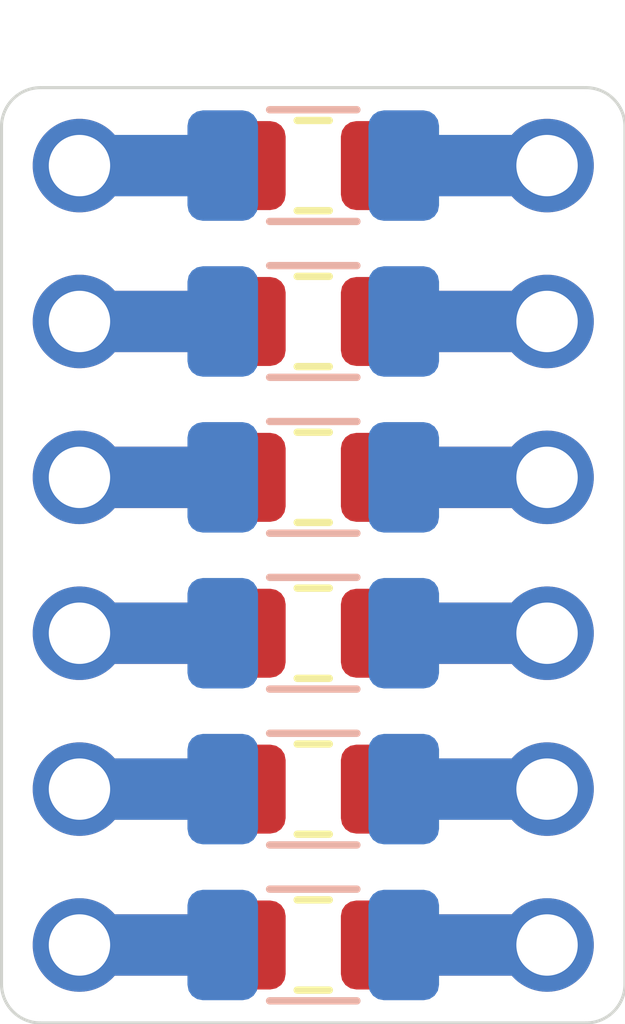
<source format=kicad_pcb>
(kicad_pcb (version 20240108) (generator "pcbnew") (generator_version "8.0")
  (layers (0 "F.Cu" signal) (31 "B.Cu" signal) (34 "B.Paste" user) (35 "F.Paste" user) (36 "B.SilkS" user "B.Silkscreen") (37 "F.SilkS" user "F.Silkscreen") (38 "B.Mask" user) (39 "F.Mask" user) (44 "Edge.Cuts" user))
  (net 0 "")
  (net 1 "Net-(CH1-Pad4)")
  (net 2 "Net-(CH1-Pad5)")
  (net 3 "Net-(CH1-Pad3)")
  (net 4 "Net-(CH1-Pad2)")
  (net 5 "Net-(CH1-Pad1)")
  (net 6 "Net-(CH1-Pad6)")
  (net 7 "Net-(CH2-Pad5)")
  (net 8 "Net-(CH2-Pad3)")
  (net 9 "Net-(CH2-Pad2)")
  (net 10 "Net-(CH2-Pad6)")
  (net 11 "Net-(CH2-Pad4)")
  (net 12 "Net-(CH2-Pad1)")
  (footprint "74th:Capacitor_0805_2012" (layer "F.Cu") (at 85.09 49.53)
    (property "Reference" "R4" (hide yes))
    (property "Value" "R" (hide yes))
    (fp_line (start -0.261252 -0.735) (end 0.261252 -0.735) (stroke (width 0.12)) (layer "F.SilkS"))
    (fp_line (start -0.261252 0.735) (end 0.261252 0.735) (stroke (width 0.12)) (layer "F.SilkS"))
    (pad "1" smd roundrect (at -1.0375 0) (size 1.175 1.45) (layers "F.Cu" "F.Paste" "F.Mask") (roundrect_rratio 0.212766) (net 1 "Net-(CH1-Pad4)"))
    (pad "2" smd roundrect (at 1.0375 0) (size 1.175 1.45) (layers "F.Cu" "F.Paste" "F.Mask") (roundrect_rratio 0.212766) (net 11 "Net-(CH2-Pad4)"))
  )
  (footprint "74th:PinOut_Pin_6" (layer "F.Cu") (at 88.9 41.91 -90)
    (property "Reference" "CH2" (hide yes))
    (property "Value" "Pin_6" (hide yes))
    (pad "1" thru_hole circle (at 0 0 270) (size 1.524 1.524) (drill 1) (layers "*.Cu" "*.Mask") (net 12 "Net-(CH2-Pad1)"))
    (pad "2" thru_hole circle (at 2.54 0 270) (size 1.524 1.524) (drill 1) (layers "*.Cu" "*.Mask") (net 9 "Net-(CH2-Pad2)"))
    (pad "3" thru_hole circle (at 5.08 0 270) (size 1.524 1.524) (drill 1) (layers "*.Cu" "*.Mask") (net 8 "Net-(CH2-Pad3)"))
    (pad "4" thru_hole circle (at 7.62 0 270) (size 1.524 1.524) (drill 1) (layers "*.Cu" "*.Mask") (net 11 "Net-(CH2-Pad4)"))
    (pad "5" thru_hole circle (at 10.16 0 270) (size 1.524 1.524) (drill 1) (layers "*.Cu" "*.Mask") (net 7 "Net-(CH2-Pad5)"))
    (pad "6" thru_hole circle (at 12.7 0 270) (size 1.524 1.524) (drill 1) (layers "*.Cu" "*.Mask") (net 10 "Net-(CH2-Pad6)"))
  )
  (footprint "74th:Capacitor_0805_2012" (layer "F.Cu") (at 85.09 41.91)
    (property "Reference" "R1" (hide yes))
    (property "Value" "R" (hide yes))
    (fp_line (start -0.261252 -0.735) (end 0.261252 -0.735) (stroke (width 0.12)) (layer "F.SilkS"))
    (fp_line (start -0.261252 0.735) (end 0.261252 0.735) (stroke (width 0.12)) (layer "F.SilkS"))
    (pad "1" smd roundrect (at -1.0375 0) (size 1.175 1.45) (layers "F.Cu" "F.Paste" "F.Mask") (roundrect_rratio 0.212766) (net 5 "Net-(CH1-Pad1)"))
    (pad "2" smd roundrect (at 1.0375 0) (size 1.175 1.45) (layers "F.Cu" "F.Paste" "F.Mask") (roundrect_rratio 0.212766) (net 12 "Net-(CH2-Pad1)"))
  )
  (footprint "74th:Capacitor_0805_2012" (layer "F.Cu") (at 85.09 54.61)
    (property "Reference" "R6" (hide yes))
    (property "Value" "R" (hide yes))
    (fp_line (start -0.261252 -0.735) (end 0.261252 -0.735) (stroke (width 0.12)) (layer "F.SilkS"))
    (fp_line (start -0.261252 0.735) (end 0.261252 0.735) (stroke (width 0.12)) (layer "F.SilkS"))
    (pad "1" smd roundrect (at -1.0375 0) (size 1.175 1.45) (layers "F.Cu" "F.Paste" "F.Mask") (roundrect_rratio 0.212766) (net 6 "Net-(CH1-Pad6)"))
    (pad "2" smd roundrect (at 1.0375 0) (size 1.175 1.45) (layers "F.Cu" "F.Paste" "F.Mask") (roundrect_rratio 0.212766) (net 10 "Net-(CH2-Pad6)"))
  )
  (footprint "74th:Capacitor_0805_2012" (layer "F.Cu") (at 85.09 52.07)
    (property "Reference" "R5" (hide yes))
    (property "Value" "R" (hide yes))
    (fp_line (start -0.261252 -0.735) (end 0.261252 -0.735) (stroke (width 0.12)) (layer "F.SilkS"))
    (fp_line (start -0.261252 0.735) (end 0.261252 0.735) (stroke (width 0.12)) (layer "F.SilkS"))
    (pad "1" smd roundrect (at -1.0375 0) (size 1.175 1.45) (layers "F.Cu" "F.Paste" "F.Mask") (roundrect_rratio 0.212766) (net 2 "Net-(CH1-Pad5)"))
    (pad "2" smd roundrect (at 1.0375 0) (size 1.175 1.45) (layers "F.Cu" "F.Paste" "F.Mask") (roundrect_rratio 0.212766) (net 7 "Net-(CH2-Pad5)"))
  )
  (footprint "74th:Capacitor_0805_2012" (layer "F.Cu") (at 85.09 44.45)
    (property "Reference" "R2" (hide yes))
    (property "Value" "R" (hide yes))
    (fp_line (start -0.261252 -0.735) (end 0.261252 -0.735) (stroke (width 0.12)) (layer "F.SilkS"))
    (fp_line (start -0.261252 0.735) (end 0.261252 0.735) (stroke (width 0.12)) (layer "F.SilkS"))
    (pad "1" smd roundrect (at -1.0375 0) (size 1.175 1.45) (layers "F.Cu" "F.Paste" "F.Mask") (roundrect_rratio 0.212766) (net 4 "Net-(CH1-Pad2)"))
    (pad "2" smd roundrect (at 1.0375 0) (size 1.175 1.45) (layers "F.Cu" "F.Paste" "F.Mask") (roundrect_rratio 0.212766) (net 9 "Net-(CH2-Pad2)"))
  )
  (footprint "74th:PinOut_Pin_6" (layer "F.Cu") (at 81.28 41.91 -90)
    (property "Reference" "CH1" (hide yes))
    (property "Value" "Pin_6" (hide yes))
    (pad "1" thru_hole circle (at 0 0 270) (size 1.524 1.524) (drill 1) (layers "*.Cu" "*.Mask") (net 5 "Net-(CH1-Pad1)"))
    (pad "2" thru_hole circle (at 2.54 0 270) (size 1.524 1.524) (drill 1) (layers "*.Cu" "*.Mask") (net 4 "Net-(CH1-Pad2)"))
    (pad "3" thru_hole circle (at 5.08 0 270) (size 1.524 1.524) (drill 1) (layers "*.Cu" "*.Mask") (net 3 "Net-(CH1-Pad3)"))
    (pad "4" thru_hole circle (at 7.62 0 270) (size 1.524 1.524) (drill 1) (layers "*.Cu" "*.Mask") (net 1 "Net-(CH1-Pad4)"))
    (pad "5" thru_hole circle (at 10.16 0 270) (size 1.524 1.524) (drill 1) (layers "*.Cu" "*.Mask") (net 2 "Net-(CH1-Pad5)"))
    (pad "6" thru_hole circle (at 12.7 0 270) (size 1.524 1.524) (drill 1) (layers "*.Cu" "*.Mask") (net 6 "Net-(CH1-Pad6)"))
  )
  (footprint "74th:Capacitor_0805_2012" (layer "F.Cu") (at 85.09 46.99)
    (property "Reference" "R3" (hide yes))
    (property "Value" "R" (hide yes))
    (fp_line (start -0.261252 -0.735) (end 0.261252 -0.735) (stroke (width 0.12)) (layer "F.SilkS"))
    (fp_line (start -0.261252 0.735) (end 0.261252 0.735) (stroke (width 0.12)) (layer "F.SilkS"))
    (pad "1" smd roundrect (at -1.0375 0) (size 1.175 1.45) (layers "F.Cu" "F.Paste" "F.Mask") (roundrect_rratio 0.212766) (net 3 "Net-(CH1-Pad3)"))
    (pad "2" smd roundrect (at 1.0375 0) (size 1.175 1.45) (layers "F.Cu" "F.Paste" "F.Mask") (roundrect_rratio 0.212766) (net 8 "Net-(CH2-Pad3)"))
  )
  (footprint "74th:Capacitor_1206_3216" (layer "B.Cu") (at 85.09 41.91)
    (property "Reference" "R7" (hide yes))
    (property "Value" "R")
    (fp_line (start 0.711252 -0.91) (end -0.711252 -0.91) (stroke (width 0.12)) (layer "B.SilkS"))
    (fp_line (start 0.711252 0.91) (end -0.711252 0.91) (stroke (width 0.12)) (layer "B.SilkS"))
    (pad "1" smd roundrect (at -1.475 0) (size 1.15 1.8) (layers "B.Cu" "B.Paste" "B.Mask") (roundrect_rratio 0.217391) (net 5 "Net-(CH1-Pad1)"))
    (pad "2" smd roundrect (at 1.475 0) (size 1.15 1.8) (layers "B.Cu" "B.Paste" "B.Mask") (roundrect_rratio 0.217391) (net 12 "Net-(CH2-Pad1)"))
  )
  (footprint "74th:Capacitor_1206_3216" (layer "B.Cu") (at 85.09 54.61)
    (property "Reference" "R12" (hide yes))
    (property "Value" "R")
    (fp_line (start 0.711252 -0.91) (end -0.711252 -0.91) (stroke (width 0.12)) (layer "B.SilkS"))
    (fp_line (start 0.711252 0.91) (end -0.711252 0.91) (stroke (width 0.12)) (layer "B.SilkS"))
    (pad "1" smd roundrect (at -1.475 0) (size 1.15 1.8) (layers "B.Cu" "B.Paste" "B.Mask") (roundrect_rratio 0.217391) (net 6 "Net-(CH1-Pad6)"))
    (pad "2" smd roundrect (at 1.475 0) (size 1.15 1.8) (layers "B.Cu" "B.Paste" "B.Mask") (roundrect_rratio 0.217391) (net 10 "Net-(CH2-Pad6)"))
  )
  (footprint "74th:Capacitor_1206_3216" (layer "B.Cu") (at 85.09 52.07)
    (property "Reference" "R11" (hide yes))
    (property "Value" "R")
    (fp_line (start 0.711252 -0.91) (end -0.711252 -0.91) (stroke (width 0.12)) (layer "B.SilkS"))
    (fp_line (start 0.711252 0.91) (end -0.711252 0.91) (stroke (width 0.12)) (layer "B.SilkS"))
    (pad "1" smd roundrect (at -1.475 0) (size 1.15 1.8) (layers "B.Cu" "B.Paste" "B.Mask") (roundrect_rratio 0.217391) (net 2 "Net-(CH1-Pad5)"))
    (pad "2" smd roundrect (at 1.475 0) (size 1.15 1.8) (layers "B.Cu" "B.Paste" "B.Mask") (roundrect_rratio 0.217391) (net 7 "Net-(CH2-Pad5)"))
  )
  (footprint "74th:Capacitor_1206_3216" (layer "B.Cu") (at 85.09 49.53)
    (property "Reference" "R10" (hide yes))
    (property "Value" "R")
    (fp_line (start 0.711252 -0.91) (end -0.711252 -0.91) (stroke (width 0.12)) (layer "B.SilkS"))
    (fp_line (start 0.711252 0.91) (end -0.711252 0.91) (stroke (width 0.12)) (layer "B.SilkS"))
    (pad "1" smd roundrect (at -1.475 0) (size 1.15 1.8) (layers "B.Cu" "B.Paste" "B.Mask") (roundrect_rratio 0.217391) (net 1 "Net-(CH1-Pad4)"))
    (pad "2" smd roundrect (at 1.475 0) (size 1.15 1.8) (layers "B.Cu" "B.Paste" "B.Mask") (roundrect_rratio 0.217391) (net 11 "Net-(CH2-Pad4)"))
  )
  (footprint "74th:Capacitor_1206_3216" (layer "B.Cu") (at 85.09 44.45)
    (property "Reference" "R8" (hide yes))
    (property "Value" "R")
    (fp_line (start 0.711252 -0.91) (end -0.711252 -0.91) (stroke (width 0.12)) (layer "B.SilkS"))
    (fp_line (start 0.711252 0.91) (end -0.711252 0.91) (stroke (width 0.12)) (layer "B.SilkS"))
    (pad "1" smd roundrect (at -1.475 0) (size 1.15 1.8) (layers "B.Cu" "B.Paste" "B.Mask") (roundrect_rratio 0.217391) (net 4 "Net-(CH1-Pad2)"))
    (pad "2" smd roundrect (at 1.475 0) (size 1.15 1.8) (layers "B.Cu" "B.Paste" "B.Mask") (roundrect_rratio 0.217391) (net 9 "Net-(CH2-Pad2)"))
  )
  (footprint "74th:Capacitor_1206_3216" (layer "B.Cu") (at 85.09 46.99)
    (property "Reference" "R9" (hide yes))
    (property "Value" "R")
    (fp_line (start 0.711252 -0.91) (end -0.711252 -0.91) (stroke (width 0.12)) (layer "B.SilkS"))
    (fp_line (start 0.711252 0.91) (end -0.711252 0.91) (stroke (width 0.12)) (layer "B.SilkS"))
    (pad "1" smd roundrect (at -1.475 0) (size 1.15 1.8) (layers "B.Cu" "B.Paste" "B.Mask") (roundrect_rratio 0.217391) (net 3 "Net-(CH1-Pad3)"))
    (pad "2" smd roundrect (at 1.475 0) (size 1.15 1.8) (layers "B.Cu" "B.Paste" "B.Mask") (roundrect_rratio 0.217391) (net 8 "Net-(CH2-Pad3)"))
  )
  (gr_arc (start 80.01 41.275) (mid 80.195987 40.825987) (end 80.645 40.64) (stroke (width 0.05)) (layer "Edge.Cuts"))
  (gr_arc (start 89.535 40.64) (mid 89.984013 40.825987) (end 90.17 41.275) (stroke (width 0.05)) (layer "Edge.Cuts"))
  (gr_arc (start 90.17 55.245) (mid 89.984013 55.694013) (end 89.535 55.88) (stroke (width 0.05)) (layer "Edge.Cuts"))
  (gr_arc (start 80.645 55.88) (mid 80.195987 55.694013) (end 80.01 55.245) (stroke (width 0.05)) (layer "Edge.Cuts"))
  (gr_line (start 80.645 55.88) (end 89.535 55.88) (stroke (width 0.05)) (layer "Edge.Cuts"))
  (gr_line (start 80.01 41.275) (end 80.01 55.245) (stroke (width 0.05)) (layer "Edge.Cuts"))
  (gr_line (start 90.17 55.245) (end 90.17 41.275) (stroke (width 0.05)) (layer "Edge.Cuts"))
  (gr_line (start 89.535 40.64) (end 80.645 40.64) (stroke (width 0.05)) (layer "Edge.Cuts"))
  (segment (start 81.28 49.53) (end 83.915 49.53) (width 1) (layer "F.Cu") (net 1))
  (segment (start 83.615 49.53) (end 81.28 49.53) (width 1) (layer "B.Cu") (net 1))
  (segment (start 81.28 52.07) (end 83.915 52.07) (width 1) (layer "F.Cu") (net 2))
  (segment (start 83.615 52.07) (end 81.28 52.07) (width 1) (layer "B.Cu") (net 2))
  (segment (start 81.28 46.99) (end 83.915 46.99) (width 1) (layer "F.Cu") (net 3))
  (segment (start 83.615 46.99) (end 81.28 46.99) (width 1) (layer "B.Cu") (net 3))
  (segment (start 81.28 44.45) (end 83.915 44.45) (width 1) (layer "F.Cu") (net 4))
  (segment (start 83.615 44.45) (end 81.28 44.45) (width 1) (layer "B.Cu") (net 4))
  (segment (start 81.28 41.91) (end 83.915 41.91) (width 1) (layer "F.Cu") (net 5))
  (segment (start 83.615 41.91) (end 81.28 41.91) (width 1) (layer "B.Cu") (net 5))
  (segment (start 81.28 54.61) (end 83.915 54.61) (width 1) (layer "F.Cu") (net 6))
  (segment (start 83.615 54.61) (end 81.28 54.61) (width 1) (layer "B.Cu") (net 6))
  (segment (start 86.265 52.07) (end 88.9 52.07) (width 1) (layer "F.Cu") (net 7))
  (segment (start 86.565 52.07) (end 88.9 52.07) (width 1) (layer "B.Cu") (net 7))
  (segment (start 86.265 46.99) (end 88.9 46.99) (width 1) (layer "F.Cu") (net 8))
  (segment (start 86.565 46.99) (end 88.9 46.99) (width 1) (layer "B.Cu") (net 8))
  (segment (start 86.265 44.45) (end 88.9 44.45) (width 1) (layer "F.Cu") (net 9))
  (segment (start 86.565 44.45) (end 88.9 44.45) (width 1) (layer "B.Cu") (net 9))
  (segment (start 86.265 54.61) (end 88.9 54.61) (width 1) (layer "F.Cu") (net 10))
  (segment (start 86.565 54.61) (end 88.9 54.61) (width 1) (layer "B.Cu") (net 10))
  (segment (start 86.265 49.53) (end 88.9 49.53) (width 1) (layer "F.Cu") (net 11))
  (segment (start 86.565 49.53) (end 88.9 49.53) (width 1) (layer "B.Cu") (net 11))
  (segment (start 86.265 41.91) (end 88.9 41.91) (width 1) (layer "F.Cu") (net 12))
  (segment (start 86.565 41.91) (end 88.9 41.91) (width 1) (layer "B.Cu") (net 12))
)
</source>
